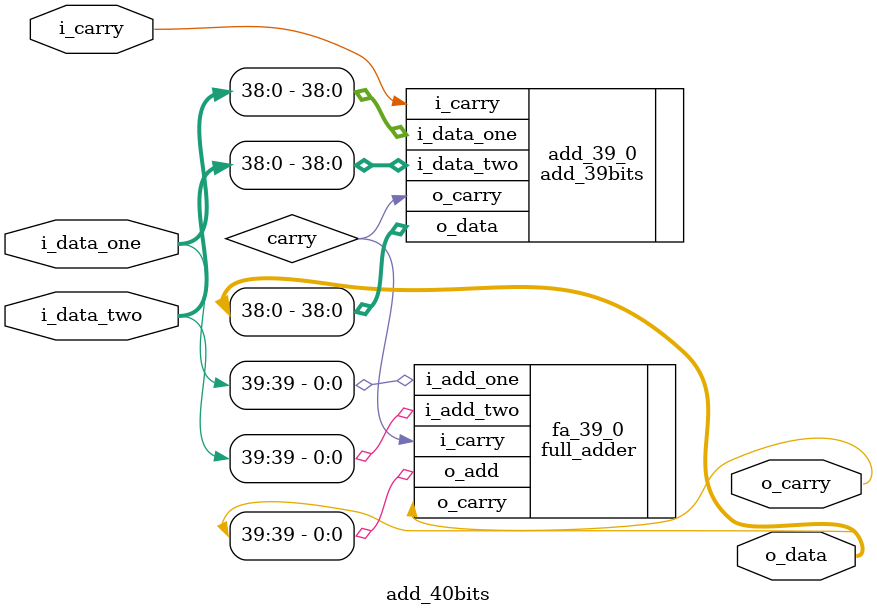
<source format=sv>
module add_40bits(
  input logic  [39:0] i_data_one,
  input logic  [39:0] i_data_two,
  input logic         i_carry,
  
  output logic [39:0] o_data,
  output logic        o_carry
);

  logic carry;

  add_39bits add_39_0(
    .i_data_one (i_data_one[38:0]),
    .i_data_two (i_data_two[38:0]),
    .i_carry    (i_carry),
    .o_data     (o_data[38:0]),
    .o_carry    (carry)
  );
  
  full_adder fa_39_0(
    .i_add_one (i_data_one[39]),
    .i_add_two (i_data_two[39]),
    .i_carry   (carry),
    .o_add     (o_data[39]),
    .o_carry   (o_carry)
  );

endmodule
</source>
